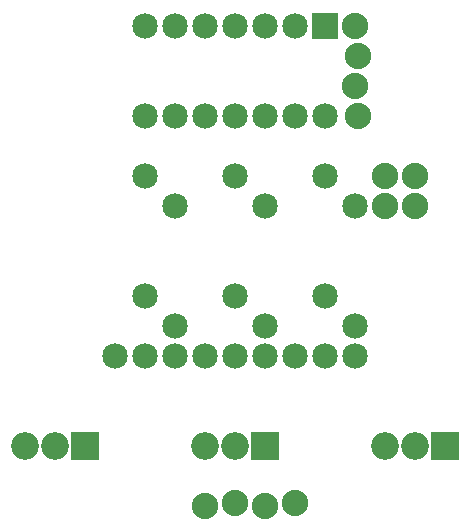
<source format=gbs>
G04 MADE WITH FRITZING*
G04 WWW.FRITZING.ORG*
G04 DOUBLE SIDED*
G04 HOLES PLATED*
G04 CONTOUR ON CENTER OF CONTOUR VECTOR*
%ASAXBY*%
%FSLAX23Y23*%
%MOIN*%
%OFA0B0*%
%SFA1.0B1.0*%
%ADD10C,0.088000*%
%ADD11C,0.085000*%
%ADD12C,0.092000*%
%ADD13R,0.085000X0.085000*%
%ADD14R,0.092000X0.092000*%
%LNMASK0*%
G90*
G70*
G54D10*
X1868Y398D03*
X1968Y408D03*
X2068Y398D03*
X2168Y408D03*
X1868Y398D03*
X1968Y408D03*
X2068Y398D03*
X2168Y408D03*
G54D11*
X2268Y1998D03*
X2268Y1698D03*
X2168Y1998D03*
X2168Y1698D03*
X2068Y1998D03*
X2068Y1698D03*
X1968Y1998D03*
X1968Y1698D03*
X1868Y1998D03*
X1868Y1698D03*
X1768Y1998D03*
X1768Y1698D03*
X1668Y1998D03*
X1668Y1698D03*
G54D10*
X2368Y1998D03*
X2378Y1898D03*
X2368Y1798D03*
X2378Y1698D03*
X2368Y1998D03*
X2378Y1898D03*
X2368Y1798D03*
X2378Y1698D03*
G54D11*
X1768Y898D03*
X1668Y898D03*
X1568Y898D03*
X1768Y898D03*
X1668Y898D03*
X1568Y898D03*
X2068Y898D03*
X1968Y898D03*
X1868Y898D03*
X2068Y898D03*
X1968Y898D03*
X1868Y898D03*
X2368Y898D03*
X2268Y898D03*
X2168Y898D03*
X2368Y898D03*
X2268Y898D03*
X2168Y898D03*
G54D12*
X2068Y598D03*
X1968Y598D03*
X1868Y598D03*
X2068Y598D03*
X1968Y598D03*
X1868Y598D03*
X1468Y598D03*
X1368Y598D03*
X1268Y598D03*
X1468Y598D03*
X1368Y598D03*
X1268Y598D03*
X2668Y598D03*
X2568Y598D03*
X2468Y598D03*
X2668Y598D03*
X2568Y598D03*
X2468Y598D03*
G54D11*
X1768Y998D03*
X1768Y1398D03*
X1768Y998D03*
X1768Y1398D03*
X2068Y998D03*
X2068Y1398D03*
X2068Y998D03*
X2068Y1398D03*
X2368Y998D03*
X2368Y1398D03*
X2368Y998D03*
X2368Y1398D03*
X1968Y1498D03*
X1968Y1098D03*
X1968Y1498D03*
X1968Y1098D03*
X1668Y1498D03*
X1668Y1098D03*
X1668Y1498D03*
X1668Y1098D03*
X2268Y1498D03*
X2268Y1098D03*
X2268Y1498D03*
X2268Y1098D03*
G54D10*
X2568Y1398D03*
X2468Y1398D03*
X2568Y1398D03*
X2468Y1398D03*
X2568Y1498D03*
X2468Y1498D03*
X2568Y1498D03*
X2468Y1498D03*
G54D13*
X2268Y1998D03*
G54D14*
X2068Y598D03*
X2068Y598D03*
X1468Y598D03*
X1468Y598D03*
X2668Y598D03*
X2668Y598D03*
G04 End of Mask0*
M02*
</source>
